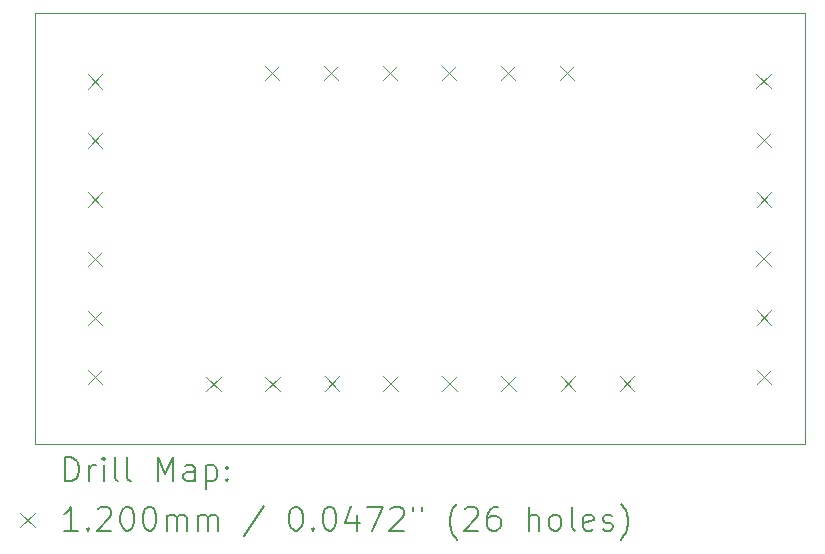
<source format=gbr>
%TF.GenerationSoftware,KiCad,Pcbnew,8.0.6*%
%TF.CreationDate,2024-11-25T22:26:14-03:00*%
%TF.ProjectId,motor-drivers,6d6f746f-722d-4647-9269-766572732e6b,rev?*%
%TF.SameCoordinates,PX66ff300PY6b49d20*%
%TF.FileFunction,Drillmap*%
%TF.FilePolarity,Positive*%
%FSLAX45Y45*%
G04 Gerber Fmt 4.5, Leading zero omitted, Abs format (unit mm)*
G04 Created by KiCad (PCBNEW 8.0.6) date 2024-11-25 22:26:14*
%MOMM*%
%LPD*%
G01*
G04 APERTURE LIST*
%ADD10C,0.050000*%
%ADD11C,0.200000*%
%ADD12C,0.120000*%
G04 APERTURE END LIST*
D10*
X0Y3650000D02*
X6520000Y3650000D01*
X6520000Y0D01*
X0Y0D01*
X0Y3650000D01*
D11*
D12*
X452000Y3129000D02*
X572000Y3009000D01*
X572000Y3129000D02*
X452000Y3009000D01*
X452000Y2629000D02*
X572000Y2509000D01*
X572000Y2629000D02*
X452000Y2509000D01*
X452000Y1629000D02*
X572000Y1509000D01*
X572000Y1629000D02*
X452000Y1509000D01*
X452000Y1129000D02*
X572000Y1009000D01*
X572000Y1129000D02*
X452000Y1009000D01*
X452500Y2129000D02*
X572500Y2009000D01*
X572500Y2129000D02*
X452500Y2009000D01*
X452500Y629000D02*
X572500Y509000D01*
X572500Y629000D02*
X452500Y509000D01*
X1453000Y570500D02*
X1573000Y450500D01*
X1573000Y570500D02*
X1453000Y450500D01*
X1949000Y3199100D02*
X2069000Y3079100D01*
X2069000Y3199100D02*
X1949000Y3079100D01*
X1953000Y570500D02*
X2073000Y450500D01*
X2073000Y570500D02*
X1953000Y450500D01*
X2449000Y3199600D02*
X2569000Y3079600D01*
X2569000Y3199600D02*
X2449000Y3079600D01*
X2453000Y571000D02*
X2573000Y451000D01*
X2573000Y571000D02*
X2453000Y451000D01*
X2949000Y3199600D02*
X3069000Y3079600D01*
X3069000Y3199600D02*
X2949000Y3079600D01*
X2951000Y571000D02*
X3071000Y451000D01*
X3071000Y571000D02*
X2951000Y451000D01*
X3448000Y3198000D02*
X3568000Y3078000D01*
X3568000Y3198000D02*
X3448000Y3078000D01*
X3451000Y571000D02*
X3571000Y451000D01*
X3571000Y571000D02*
X3451000Y451000D01*
X3948000Y3198500D02*
X4068000Y3078500D01*
X4068000Y3198500D02*
X3948000Y3078500D01*
X3951000Y571500D02*
X4071000Y451500D01*
X4071000Y571500D02*
X3951000Y451500D01*
X4448000Y3198500D02*
X4568000Y3078500D01*
X4568000Y3198500D02*
X4448000Y3078500D01*
X4454000Y571000D02*
X4574000Y451000D01*
X4574000Y571000D02*
X4454000Y451000D01*
X4954000Y571000D02*
X5074000Y451000D01*
X5074000Y571000D02*
X4954000Y451000D01*
X6110000Y3130000D02*
X6230000Y3010000D01*
X6230000Y3130000D02*
X6110000Y3010000D01*
X6110000Y1630000D02*
X6230000Y1510000D01*
X6230000Y1630000D02*
X6110000Y1510000D01*
X6110500Y2630000D02*
X6230500Y2510000D01*
X6230500Y2630000D02*
X6110500Y2510000D01*
X6110500Y2130000D02*
X6230500Y2010000D01*
X6230500Y2130000D02*
X6110500Y2010000D01*
X6110500Y1130000D02*
X6230500Y1010000D01*
X6230500Y1130000D02*
X6110500Y1010000D01*
X6110500Y630000D02*
X6230500Y510000D01*
X6230500Y630000D02*
X6110500Y510000D01*
D11*
X258277Y-313984D02*
X258277Y-113984D01*
X258277Y-113984D02*
X305896Y-113984D01*
X305896Y-113984D02*
X334467Y-123508D01*
X334467Y-123508D02*
X353515Y-142555D01*
X353515Y-142555D02*
X363039Y-161603D01*
X363039Y-161603D02*
X372562Y-199698D01*
X372562Y-199698D02*
X372562Y-228269D01*
X372562Y-228269D02*
X363039Y-266365D01*
X363039Y-266365D02*
X353515Y-285412D01*
X353515Y-285412D02*
X334467Y-304460D01*
X334467Y-304460D02*
X305896Y-313984D01*
X305896Y-313984D02*
X258277Y-313984D01*
X458277Y-313984D02*
X458277Y-180650D01*
X458277Y-218746D02*
X467801Y-199698D01*
X467801Y-199698D02*
X477324Y-190174D01*
X477324Y-190174D02*
X496372Y-180650D01*
X496372Y-180650D02*
X515420Y-180650D01*
X582086Y-313984D02*
X582086Y-180650D01*
X582086Y-113984D02*
X572563Y-123508D01*
X572563Y-123508D02*
X582086Y-133031D01*
X582086Y-133031D02*
X591610Y-123508D01*
X591610Y-123508D02*
X582086Y-113984D01*
X582086Y-113984D02*
X582086Y-133031D01*
X705896Y-313984D02*
X686848Y-304460D01*
X686848Y-304460D02*
X677324Y-285412D01*
X677324Y-285412D02*
X677324Y-113984D01*
X810658Y-313984D02*
X791610Y-304460D01*
X791610Y-304460D02*
X782086Y-285412D01*
X782086Y-285412D02*
X782086Y-113984D01*
X1039229Y-313984D02*
X1039229Y-113984D01*
X1039229Y-113984D02*
X1105896Y-256841D01*
X1105896Y-256841D02*
X1172563Y-113984D01*
X1172563Y-113984D02*
X1172563Y-313984D01*
X1353515Y-313984D02*
X1353515Y-209222D01*
X1353515Y-209222D02*
X1343991Y-190174D01*
X1343991Y-190174D02*
X1324944Y-180650D01*
X1324944Y-180650D02*
X1286848Y-180650D01*
X1286848Y-180650D02*
X1267801Y-190174D01*
X1353515Y-304460D02*
X1334467Y-313984D01*
X1334467Y-313984D02*
X1286848Y-313984D01*
X1286848Y-313984D02*
X1267801Y-304460D01*
X1267801Y-304460D02*
X1258277Y-285412D01*
X1258277Y-285412D02*
X1258277Y-266365D01*
X1258277Y-266365D02*
X1267801Y-247317D01*
X1267801Y-247317D02*
X1286848Y-237793D01*
X1286848Y-237793D02*
X1334467Y-237793D01*
X1334467Y-237793D02*
X1353515Y-228269D01*
X1448753Y-180650D02*
X1448753Y-380650D01*
X1448753Y-190174D02*
X1467801Y-180650D01*
X1467801Y-180650D02*
X1505896Y-180650D01*
X1505896Y-180650D02*
X1524943Y-190174D01*
X1524943Y-190174D02*
X1534467Y-199698D01*
X1534467Y-199698D02*
X1543991Y-218746D01*
X1543991Y-218746D02*
X1543991Y-275889D01*
X1543991Y-275889D02*
X1534467Y-294936D01*
X1534467Y-294936D02*
X1524943Y-304460D01*
X1524943Y-304460D02*
X1505896Y-313984D01*
X1505896Y-313984D02*
X1467801Y-313984D01*
X1467801Y-313984D02*
X1448753Y-304460D01*
X1629705Y-294936D02*
X1639229Y-304460D01*
X1639229Y-304460D02*
X1629705Y-313984D01*
X1629705Y-313984D02*
X1620182Y-304460D01*
X1620182Y-304460D02*
X1629705Y-294936D01*
X1629705Y-294936D02*
X1629705Y-313984D01*
X1629705Y-190174D02*
X1639229Y-199698D01*
X1639229Y-199698D02*
X1629705Y-209222D01*
X1629705Y-209222D02*
X1620182Y-199698D01*
X1620182Y-199698D02*
X1629705Y-190174D01*
X1629705Y-190174D02*
X1629705Y-209222D01*
D12*
X-122500Y-582500D02*
X-2500Y-702500D01*
X-2500Y-582500D02*
X-122500Y-702500D01*
D11*
X363039Y-733984D02*
X248753Y-733984D01*
X305896Y-733984D02*
X305896Y-533984D01*
X305896Y-533984D02*
X286848Y-562555D01*
X286848Y-562555D02*
X267801Y-581603D01*
X267801Y-581603D02*
X248753Y-591127D01*
X448753Y-714936D02*
X458277Y-724460D01*
X458277Y-724460D02*
X448753Y-733984D01*
X448753Y-733984D02*
X439229Y-724460D01*
X439229Y-724460D02*
X448753Y-714936D01*
X448753Y-714936D02*
X448753Y-733984D01*
X534467Y-553031D02*
X543991Y-543508D01*
X543991Y-543508D02*
X563039Y-533984D01*
X563039Y-533984D02*
X610658Y-533984D01*
X610658Y-533984D02*
X629705Y-543508D01*
X629705Y-543508D02*
X639229Y-553031D01*
X639229Y-553031D02*
X648753Y-572079D01*
X648753Y-572079D02*
X648753Y-591127D01*
X648753Y-591127D02*
X639229Y-619698D01*
X639229Y-619698D02*
X524944Y-733984D01*
X524944Y-733984D02*
X648753Y-733984D01*
X772562Y-533984D02*
X791610Y-533984D01*
X791610Y-533984D02*
X810658Y-543508D01*
X810658Y-543508D02*
X820182Y-553031D01*
X820182Y-553031D02*
X829705Y-572079D01*
X829705Y-572079D02*
X839229Y-610174D01*
X839229Y-610174D02*
X839229Y-657793D01*
X839229Y-657793D02*
X829705Y-695889D01*
X829705Y-695889D02*
X820182Y-714936D01*
X820182Y-714936D02*
X810658Y-724460D01*
X810658Y-724460D02*
X791610Y-733984D01*
X791610Y-733984D02*
X772562Y-733984D01*
X772562Y-733984D02*
X753515Y-724460D01*
X753515Y-724460D02*
X743991Y-714936D01*
X743991Y-714936D02*
X734467Y-695889D01*
X734467Y-695889D02*
X724943Y-657793D01*
X724943Y-657793D02*
X724943Y-610174D01*
X724943Y-610174D02*
X734467Y-572079D01*
X734467Y-572079D02*
X743991Y-553031D01*
X743991Y-553031D02*
X753515Y-543508D01*
X753515Y-543508D02*
X772562Y-533984D01*
X963039Y-533984D02*
X982086Y-533984D01*
X982086Y-533984D02*
X1001134Y-543508D01*
X1001134Y-543508D02*
X1010658Y-553031D01*
X1010658Y-553031D02*
X1020182Y-572079D01*
X1020182Y-572079D02*
X1029705Y-610174D01*
X1029705Y-610174D02*
X1029705Y-657793D01*
X1029705Y-657793D02*
X1020182Y-695889D01*
X1020182Y-695889D02*
X1010658Y-714936D01*
X1010658Y-714936D02*
X1001134Y-724460D01*
X1001134Y-724460D02*
X982086Y-733984D01*
X982086Y-733984D02*
X963039Y-733984D01*
X963039Y-733984D02*
X943991Y-724460D01*
X943991Y-724460D02*
X934467Y-714936D01*
X934467Y-714936D02*
X924943Y-695889D01*
X924943Y-695889D02*
X915420Y-657793D01*
X915420Y-657793D02*
X915420Y-610174D01*
X915420Y-610174D02*
X924943Y-572079D01*
X924943Y-572079D02*
X934467Y-553031D01*
X934467Y-553031D02*
X943991Y-543508D01*
X943991Y-543508D02*
X963039Y-533984D01*
X1115420Y-733984D02*
X1115420Y-600650D01*
X1115420Y-619698D02*
X1124944Y-610174D01*
X1124944Y-610174D02*
X1143991Y-600650D01*
X1143991Y-600650D02*
X1172563Y-600650D01*
X1172563Y-600650D02*
X1191610Y-610174D01*
X1191610Y-610174D02*
X1201134Y-629222D01*
X1201134Y-629222D02*
X1201134Y-733984D01*
X1201134Y-629222D02*
X1210658Y-610174D01*
X1210658Y-610174D02*
X1229705Y-600650D01*
X1229705Y-600650D02*
X1258277Y-600650D01*
X1258277Y-600650D02*
X1277325Y-610174D01*
X1277325Y-610174D02*
X1286848Y-629222D01*
X1286848Y-629222D02*
X1286848Y-733984D01*
X1382086Y-733984D02*
X1382086Y-600650D01*
X1382086Y-619698D02*
X1391610Y-610174D01*
X1391610Y-610174D02*
X1410658Y-600650D01*
X1410658Y-600650D02*
X1439229Y-600650D01*
X1439229Y-600650D02*
X1458277Y-610174D01*
X1458277Y-610174D02*
X1467801Y-629222D01*
X1467801Y-629222D02*
X1467801Y-733984D01*
X1467801Y-629222D02*
X1477324Y-610174D01*
X1477324Y-610174D02*
X1496372Y-600650D01*
X1496372Y-600650D02*
X1524943Y-600650D01*
X1524943Y-600650D02*
X1543991Y-610174D01*
X1543991Y-610174D02*
X1553515Y-629222D01*
X1553515Y-629222D02*
X1553515Y-733984D01*
X1943991Y-524460D02*
X1772563Y-781603D01*
X2201134Y-533984D02*
X2220182Y-533984D01*
X2220182Y-533984D02*
X2239229Y-543508D01*
X2239229Y-543508D02*
X2248753Y-553031D01*
X2248753Y-553031D02*
X2258277Y-572079D01*
X2258277Y-572079D02*
X2267801Y-610174D01*
X2267801Y-610174D02*
X2267801Y-657793D01*
X2267801Y-657793D02*
X2258277Y-695889D01*
X2258277Y-695889D02*
X2248753Y-714936D01*
X2248753Y-714936D02*
X2239229Y-724460D01*
X2239229Y-724460D02*
X2220182Y-733984D01*
X2220182Y-733984D02*
X2201134Y-733984D01*
X2201134Y-733984D02*
X2182087Y-724460D01*
X2182087Y-724460D02*
X2172563Y-714936D01*
X2172563Y-714936D02*
X2163039Y-695889D01*
X2163039Y-695889D02*
X2153515Y-657793D01*
X2153515Y-657793D02*
X2153515Y-610174D01*
X2153515Y-610174D02*
X2163039Y-572079D01*
X2163039Y-572079D02*
X2172563Y-553031D01*
X2172563Y-553031D02*
X2182087Y-543508D01*
X2182087Y-543508D02*
X2201134Y-533984D01*
X2353515Y-714936D02*
X2363039Y-724460D01*
X2363039Y-724460D02*
X2353515Y-733984D01*
X2353515Y-733984D02*
X2343991Y-724460D01*
X2343991Y-724460D02*
X2353515Y-714936D01*
X2353515Y-714936D02*
X2353515Y-733984D01*
X2486848Y-533984D02*
X2505896Y-533984D01*
X2505896Y-533984D02*
X2524944Y-543508D01*
X2524944Y-543508D02*
X2534468Y-553031D01*
X2534468Y-553031D02*
X2543991Y-572079D01*
X2543991Y-572079D02*
X2553515Y-610174D01*
X2553515Y-610174D02*
X2553515Y-657793D01*
X2553515Y-657793D02*
X2543991Y-695889D01*
X2543991Y-695889D02*
X2534468Y-714936D01*
X2534468Y-714936D02*
X2524944Y-724460D01*
X2524944Y-724460D02*
X2505896Y-733984D01*
X2505896Y-733984D02*
X2486848Y-733984D01*
X2486848Y-733984D02*
X2467801Y-724460D01*
X2467801Y-724460D02*
X2458277Y-714936D01*
X2458277Y-714936D02*
X2448753Y-695889D01*
X2448753Y-695889D02*
X2439229Y-657793D01*
X2439229Y-657793D02*
X2439229Y-610174D01*
X2439229Y-610174D02*
X2448753Y-572079D01*
X2448753Y-572079D02*
X2458277Y-553031D01*
X2458277Y-553031D02*
X2467801Y-543508D01*
X2467801Y-543508D02*
X2486848Y-533984D01*
X2724944Y-600650D02*
X2724944Y-733984D01*
X2677325Y-524460D02*
X2629706Y-667317D01*
X2629706Y-667317D02*
X2753515Y-667317D01*
X2810658Y-533984D02*
X2943991Y-533984D01*
X2943991Y-533984D02*
X2858277Y-733984D01*
X3010658Y-553031D02*
X3020182Y-543508D01*
X3020182Y-543508D02*
X3039229Y-533984D01*
X3039229Y-533984D02*
X3086848Y-533984D01*
X3086848Y-533984D02*
X3105896Y-543508D01*
X3105896Y-543508D02*
X3115420Y-553031D01*
X3115420Y-553031D02*
X3124944Y-572079D01*
X3124944Y-572079D02*
X3124944Y-591127D01*
X3124944Y-591127D02*
X3115420Y-619698D01*
X3115420Y-619698D02*
X3001134Y-733984D01*
X3001134Y-733984D02*
X3124944Y-733984D01*
X3201134Y-533984D02*
X3201134Y-572079D01*
X3277325Y-533984D02*
X3277325Y-572079D01*
X3572563Y-810174D02*
X3563039Y-800650D01*
X3563039Y-800650D02*
X3543991Y-772079D01*
X3543991Y-772079D02*
X3534468Y-753031D01*
X3534468Y-753031D02*
X3524944Y-724460D01*
X3524944Y-724460D02*
X3515420Y-676841D01*
X3515420Y-676841D02*
X3515420Y-638746D01*
X3515420Y-638746D02*
X3524944Y-591127D01*
X3524944Y-591127D02*
X3534468Y-562555D01*
X3534468Y-562555D02*
X3543991Y-543508D01*
X3543991Y-543508D02*
X3563039Y-514936D01*
X3563039Y-514936D02*
X3572563Y-505412D01*
X3639229Y-553031D02*
X3648753Y-543508D01*
X3648753Y-543508D02*
X3667801Y-533984D01*
X3667801Y-533984D02*
X3715420Y-533984D01*
X3715420Y-533984D02*
X3734468Y-543508D01*
X3734468Y-543508D02*
X3743991Y-553031D01*
X3743991Y-553031D02*
X3753515Y-572079D01*
X3753515Y-572079D02*
X3753515Y-591127D01*
X3753515Y-591127D02*
X3743991Y-619698D01*
X3743991Y-619698D02*
X3629706Y-733984D01*
X3629706Y-733984D02*
X3753515Y-733984D01*
X3924944Y-533984D02*
X3886848Y-533984D01*
X3886848Y-533984D02*
X3867801Y-543508D01*
X3867801Y-543508D02*
X3858277Y-553031D01*
X3858277Y-553031D02*
X3839229Y-581603D01*
X3839229Y-581603D02*
X3829706Y-619698D01*
X3829706Y-619698D02*
X3829706Y-695889D01*
X3829706Y-695889D02*
X3839229Y-714936D01*
X3839229Y-714936D02*
X3848753Y-724460D01*
X3848753Y-724460D02*
X3867801Y-733984D01*
X3867801Y-733984D02*
X3905896Y-733984D01*
X3905896Y-733984D02*
X3924944Y-724460D01*
X3924944Y-724460D02*
X3934468Y-714936D01*
X3934468Y-714936D02*
X3943991Y-695889D01*
X3943991Y-695889D02*
X3943991Y-648270D01*
X3943991Y-648270D02*
X3934468Y-629222D01*
X3934468Y-629222D02*
X3924944Y-619698D01*
X3924944Y-619698D02*
X3905896Y-610174D01*
X3905896Y-610174D02*
X3867801Y-610174D01*
X3867801Y-610174D02*
X3848753Y-619698D01*
X3848753Y-619698D02*
X3839229Y-629222D01*
X3839229Y-629222D02*
X3829706Y-648270D01*
X4182087Y-733984D02*
X4182087Y-533984D01*
X4267801Y-733984D02*
X4267801Y-629222D01*
X4267801Y-629222D02*
X4258277Y-610174D01*
X4258277Y-610174D02*
X4239230Y-600650D01*
X4239230Y-600650D02*
X4210658Y-600650D01*
X4210658Y-600650D02*
X4191610Y-610174D01*
X4191610Y-610174D02*
X4182087Y-619698D01*
X4391611Y-733984D02*
X4372563Y-724460D01*
X4372563Y-724460D02*
X4363039Y-714936D01*
X4363039Y-714936D02*
X4353515Y-695889D01*
X4353515Y-695889D02*
X4353515Y-638746D01*
X4353515Y-638746D02*
X4363039Y-619698D01*
X4363039Y-619698D02*
X4372563Y-610174D01*
X4372563Y-610174D02*
X4391611Y-600650D01*
X4391611Y-600650D02*
X4420182Y-600650D01*
X4420182Y-600650D02*
X4439230Y-610174D01*
X4439230Y-610174D02*
X4448753Y-619698D01*
X4448753Y-619698D02*
X4458277Y-638746D01*
X4458277Y-638746D02*
X4458277Y-695889D01*
X4458277Y-695889D02*
X4448753Y-714936D01*
X4448753Y-714936D02*
X4439230Y-724460D01*
X4439230Y-724460D02*
X4420182Y-733984D01*
X4420182Y-733984D02*
X4391611Y-733984D01*
X4572563Y-733984D02*
X4553515Y-724460D01*
X4553515Y-724460D02*
X4543992Y-705412D01*
X4543992Y-705412D02*
X4543992Y-533984D01*
X4724944Y-724460D02*
X4705896Y-733984D01*
X4705896Y-733984D02*
X4667801Y-733984D01*
X4667801Y-733984D02*
X4648753Y-724460D01*
X4648753Y-724460D02*
X4639230Y-705412D01*
X4639230Y-705412D02*
X4639230Y-629222D01*
X4639230Y-629222D02*
X4648753Y-610174D01*
X4648753Y-610174D02*
X4667801Y-600650D01*
X4667801Y-600650D02*
X4705896Y-600650D01*
X4705896Y-600650D02*
X4724944Y-610174D01*
X4724944Y-610174D02*
X4734468Y-629222D01*
X4734468Y-629222D02*
X4734468Y-648270D01*
X4734468Y-648270D02*
X4639230Y-667317D01*
X4810658Y-724460D02*
X4829706Y-733984D01*
X4829706Y-733984D02*
X4867801Y-733984D01*
X4867801Y-733984D02*
X4886849Y-724460D01*
X4886849Y-724460D02*
X4896373Y-705412D01*
X4896373Y-705412D02*
X4896373Y-695889D01*
X4896373Y-695889D02*
X4886849Y-676841D01*
X4886849Y-676841D02*
X4867801Y-667317D01*
X4867801Y-667317D02*
X4839230Y-667317D01*
X4839230Y-667317D02*
X4820182Y-657793D01*
X4820182Y-657793D02*
X4810658Y-638746D01*
X4810658Y-638746D02*
X4810658Y-629222D01*
X4810658Y-629222D02*
X4820182Y-610174D01*
X4820182Y-610174D02*
X4839230Y-600650D01*
X4839230Y-600650D02*
X4867801Y-600650D01*
X4867801Y-600650D02*
X4886849Y-610174D01*
X4963039Y-810174D02*
X4972563Y-800650D01*
X4972563Y-800650D02*
X4991611Y-772079D01*
X4991611Y-772079D02*
X5001134Y-753031D01*
X5001134Y-753031D02*
X5010658Y-724460D01*
X5010658Y-724460D02*
X5020182Y-676841D01*
X5020182Y-676841D02*
X5020182Y-638746D01*
X5020182Y-638746D02*
X5010658Y-591127D01*
X5010658Y-591127D02*
X5001134Y-562555D01*
X5001134Y-562555D02*
X4991611Y-543508D01*
X4991611Y-543508D02*
X4972563Y-514936D01*
X4972563Y-514936D02*
X4963039Y-505412D01*
M02*

</source>
